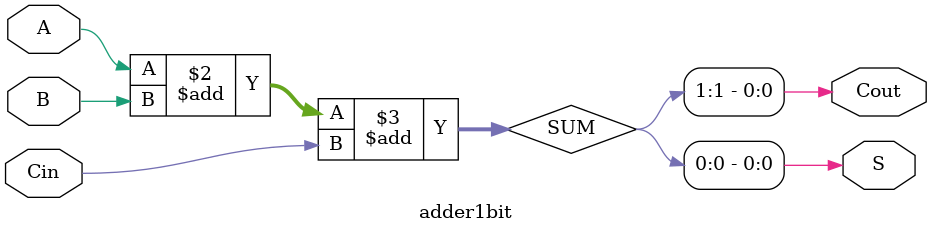
<source format=v>

module adder1bit(A, B, Cin, S, Cout);
input A, B, Cin;
output S, Cout;
reg [1:0] SUM;
reg S, Cout;
always @ (A or B or Cin)
	begin
	SUM[1:0]=A + B + Cin;
	S = SUM[0];
	Cout = SUM[1]; 
	end
endmodule // adder1bit

</source>
